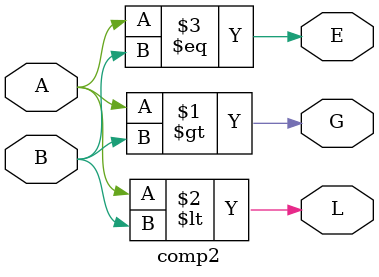
<source format=v>
module comp2 (
    input  A, B,
    output L,
    output E,
    output G
);
    // The logic remains the same. These signals are implicitly wires.
    assign G = A > B;
    assign L = A < B;
    assign E = A == B;

endmodule
</source>
